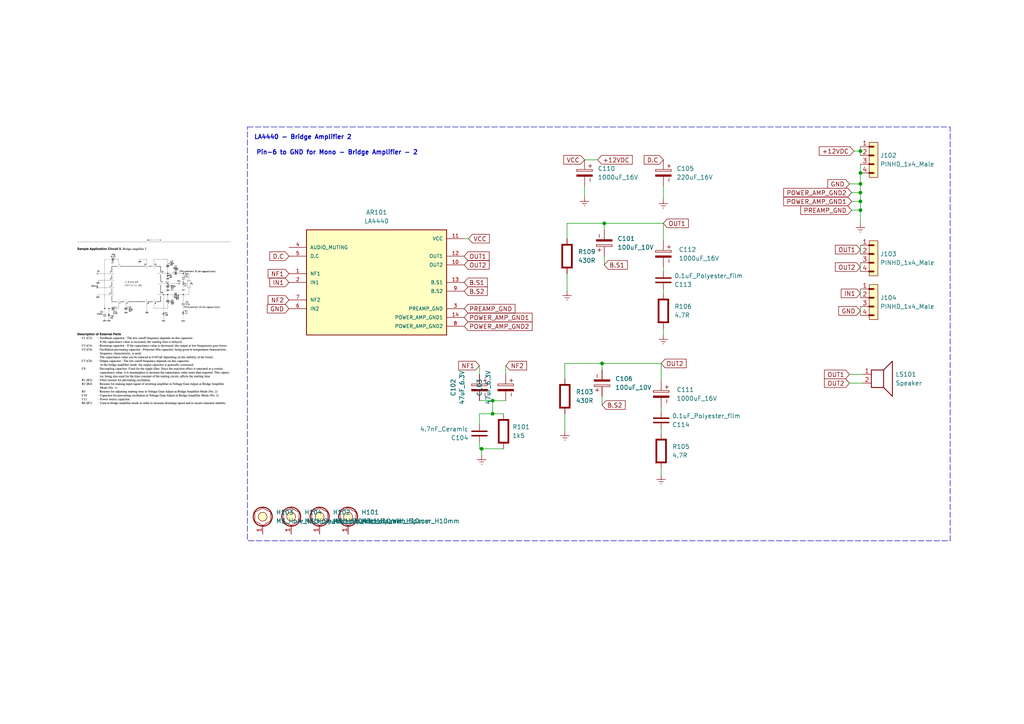
<source format=kicad_sch>
(kicad_sch (version 20230121) (generator eeschema)
  (paper "A4")
  (lib_symbols
    (symbol "Device:Speaker" (pin_names (offset 0) hide)
      (property "Reference" "LS" (at 1.27 5.715 0))
      (property "Value" "Speaker" (at 1.27 3.81 0))
      (symbol "Speaker_0_0"
        (rectangle (start -2.54 1.27) (end 1.016 -3.81) (stroke (width 0.254)))
        (polyline (pts (xy 1.016 1.27) (xy 3.556 3.81) (xy 3.556 -6.35) (xy 1.016 -3.81)) (stroke (width 0.254)))
      )
      (symbol "Speaker_1_1"
        (pin input line (at -5.08 0 0) (length 2.54) (name "1") (number "1"))
        (pin input line (at -5.08 -2.54 0) (length 2.54) (name "2") (number "2"))
      )
    )
    (symbol "LA4440:LA4440" (pin_names (offset 1.016))
      (property "Reference" "AR" (at -20.32 16.002 0))
      (property "Value" "LA4440" (at -20.32 -16.002 0))
      (symbol "LA4440_0_0"
        (rectangle (start -20.32 -15.24) (end 20.32 15.24) (stroke (width 0.254)) (fill (type background)))
        (pin input line (at -25.4 2.54 0) (length 5.08) (name "NF1") (number "1"))
        (pin output line (at 25.4 5.08 180) (length 5.08) (name "OUT2") (number "10"))
        (pin power_in line (at 25.4 12.7 180) (length 5.08) (name "VCC") (number "11"))
        (pin output line (at 25.4 7.62 180) (length 5.08) (name "OUT1") (number "12"))
        (pin passive line (at 25.4 0 180) (length 5.08) (name "B.S1") (number "13"))
        (pin power_in line (at 25.4 -10.16 180) (length 5.08) (name "POWER_AMP_GND1") (number "14"))
        (pin input line (at -25.4 0 0) (length 5.08) (name "IN1") (number "2"))
        (pin power_in line (at 25.4 -7.62 180) (length 5.08) (name "PREAMP_GND") (number "3"))
        (pin input line (at -25.4 10.16 0) (length 5.08) (name "AUDIO_MUTING") (number "4"))
        (pin input line (at -25.4 7.62 0) (length 5.08) (name "D.C") (number "5"))
        (pin input line (at -25.4 -7.62 0) (length 5.08) (name "IN2") (number "6"))
        (pin input line (at -25.4 -5.08 0) (length 5.08) (name "NF2") (number "7"))
        (pin power_in line (at 25.4 -12.7 180) (length 5.08) (name "POWER_AMP_GND2") (number "8"))
        (pin passive line (at 25.4 -2.54 180) (length 5.08) (name "B.S2") (number "9"))
      )
    )
    (symbol "PCM_Elektuur:R" (pin_numbers hide) (pin_names (offset 0) hide)
      (property "Reference" "R" (at 2.54 3.175 0))
      (property "Value" "R" (at 0 0 90))
      (symbol "R_1_1"
        (polyline (pts (xy -1.524 -3.429) (xy 1.524 -3.429) (xy 1.524 3.429) (xy -1.524 3.429) (xy -1.524 -3.429) (xy -1.27 -3.175) (xy -1.27 3.175) (xy 1.27 3.175) (xy 1.27 -3.175) (xy -1.27 -3.175) (xy -1.524 -3.429)) (stroke (width 0.254)) (fill (type outline)))
        (pin passive line (at 0 5.08 270) (length 1.651) (name "+") (number "1"))
        (pin passive line (at 0 -5.08 90) (length 1.651) (name "-") (number "2"))
      )
      (symbol "R_1_2"
        (polyline (pts (xy -0.508 -3.429) (xy 1.524 -3.429) (xy 1.524 3.429) (xy -0.508 3.429) (xy -0.508 3.175) (xy 1.27 3.175) (xy 1.27 -3.175) (xy -0.508 -3.175) (xy -0.508 -3.429)) (stroke (width 0.254)) (fill (type outline)))
        (pin passive line (at 0 5.08 270) (length 1.651) (name "+") (number "1"))
        (pin passive line (at 0 -5.08 90) (length 1.651) (name "-") (number "2"))
      )
      (symbol "R_1_3"
        (polyline (pts (xy 0 3.4798) (xy 0 3.2004) (xy 0.7112 2.794) (xy -1.1938 1.6764) (xy 0.7112 0.5588) (xy -1.1938 -0.5588) (xy 0.7112 -1.6764) (xy -1.1938 -2.794) (xy 0 -3.4798) (xy 0 -3.2004) (xy -0.7112 -2.794) (xy 1.1938 -1.6764) (xy -0.7112 -0.5588) (xy 1.1938 0.5588) (xy -0.7112 1.6764) (xy 1.1938 2.794) (xy 0 3.4798)) (stroke (width 0.254)) (fill (type outline)))
        (pin passive line (at 0 5.08 270) (length 1.6002) (name "+") (number "1"))
        (pin passive line (at 0 -5.08 90) (length 1.6002) (name "-") (number "2"))
      )
      (symbol "R_1_4"
        (polyline (pts (xy 0 4.5466) (xy 0 4.2672) (xy 0.0508 4.2418) (xy 1.016 3.683) (xy -1.524 2.2098) (xy 1.016 0.7366) (xy -1.524 -0.7366) (xy 1.016 -2.2098) (xy -1.524 -3.683) (xy -0.0762 -4.5212) (xy 0 -4.5466) (xy 0 -4.2672) (xy -0.0508 -4.2418) (xy -1.016 -3.683) (xy 1.524 -2.2098) (xy -1.016 -0.7366) (xy 1.524 0.7366) (xy -1.016 2.2098) (xy 1.524 3.683) (xy 0.0762 4.5212) (xy 0 4.5466)) (stroke (width 0.254)) (fill (type outline)))
        (pin passive line (at 0 5.08 270) (length 0.5334) (name "+") (number "1"))
        (pin passive line (at 0 -5.08 90) (length 0.5334) (name "-") (number "2"))
      )
    )
    (symbol "PCM_SL_Capacitors:1000uF_16V"
      (property "Reference" "C" (at 0 7.62 0))
      (property "Value" "1000uF_16V" (at 0 5.08 0))
      (symbol "1000uF_16V_0_0"
        (text "+" (at -2.032 1.524 0) (effects (font (size 1.27 1.27))))
        (text "-" (at 2.032 1.524 0) (effects (font (size 1.27 1.27))))
      )
      (symbol "1000uF_16V_0_1"
        (rectangle (start -1.016 -2.286) (end -0.508 2.286))
        (rectangle (start 0.508 -2.286) (end 1.016 2.286) (fill (type outline)))
      )
      (symbol "1000uF_16V_1_1"
        (pin passive line (at -3.81 0 0) (length 2.7) (name "~") (number "1"))
        (pin input line (at 3.81 0 180) (length 2.7) (name "~") (number "2"))
      )
    )
    (symbol "PCM_SL_Capacitors:100uF_10V"
      (property "Reference" "C" (at 0 7.62 0))
      (property "Value" "100uF_10V" (at 0 5.08 0))
      (symbol "100uF_10V_0_0"
        (text "+" (at -2.032 1.524 0) (effects (font (size 1.27 1.27))))
        (text "-" (at 2.032 1.524 0) (effects (font (size 1.27 1.27))))
      )
      (symbol "100uF_10V_0_1"
        (rectangle (start -1.016 -2.286) (end -0.508 2.286))
        (rectangle (start 0.508 -2.286) (end 1.016 2.286) (fill (type outline)))
      )
      (symbol "100uF_10V_1_1"
        (pin passive line (at -3.81 0 0) (length 2.7) (name "~") (number "1"))
        (pin input line (at 3.81 0 180) (length 2.7) (name "~") (number "2"))
      )
    )
    (symbol "PCM_SL_Capacitors:220uF_16V"
      (property "Reference" "C" (at 0 7.62 0))
      (property "Value" "220uF_16V" (at 0 5.08 0))
      (symbol "220uF_16V_0_0"
        (text "+" (at -2.032 1.524 0) (effects (font (size 1.27 1.27))))
        (text "-" (at 2.032 1.524 0) (effects (font (size 1.27 1.27))))
      )
      (symbol "220uF_16V_0_1"
        (rectangle (start -1.016 -2.286) (end -0.508 2.286))
        (rectangle (start 0.508 -2.286) (end 1.016 2.286) (fill (type outline)))
      )
      (symbol "220uF_16V_1_1"
        (pin passive line (at -3.81 0 0) (length 2.7) (name "~") (number "1"))
        (pin input line (at 3.81 0 180) (length 2.7) (name "~") (number "2"))
      )
    )
    (symbol "PCM_SL_Capacitors:4.7nF_Ceramic"
      (property "Reference" "C" (at 0 6.35 0))
      (property "Value" "4.7nF_Ceramic" (at 0 3.81 0))
      (symbol "4.7nF_Ceramic_0_1"
        (rectangle (start -0.762 2.286) (end -0.508 -2.286) (fill (type outline)))
        (rectangle (start 0.508 2.286) (end 0.762 -2.286) (fill (type outline)))
      )
      (symbol "4.7nF_Ceramic_1_1"
        (pin passive line (at -2.54 0 0) (length 2) (name "~") (number "1"))
        (pin input line (at 2.54 0 180) (length 2) (name "~") (number "2"))
      )
    )
    (symbol "PCM_SL_Capacitors:47uF_10V"
      (property "Reference" "C" (at 0 7.62 0))
      (property "Value" "47uF_10V" (at 0 5.08 0))
      (symbol "47uF_10V_0_0"
        (text "+" (at -2.032 1.524 0) (effects (font (size 1.27 1.27))))
        (text "-" (at 2.032 1.524 0) (effects (font (size 1.27 1.27))))
      )
      (symbol "47uF_10V_0_1"
        (rectangle (start -1.016 -2.286) (end -0.508 2.286))
        (rectangle (start 0.508 -2.286) (end 1.016 2.286) (fill (type outline)))
      )
      (symbol "47uF_10V_1_1"
        (pin passive line (at -3.81 0 0) (length 2.7) (name "~") (number "1"))
        (pin input line (at 3.81 0 180) (length 2.7) (name "~") (number "2"))
      )
    )
    (symbol "PCM_SL_Mechanical:M3_Hole_With_Spacer_H10mm"
      (property "Reference" "H" (at 0 7.62 0))
      (property "Value" "M3_Hole_With_Spacer_H10mm" (at 0 5.08 0))
      (symbol "M3_Hole_With_Spacer_H10mm_0_1"
        (polyline (pts (xy -2.286 1.27) (xy -2.286 -1.27) (xy 0 -2.54) (xy 2.286 -1.27) (xy 2.286 1.27) (xy 0 2.54) (xy -2.286 1.27)))
        (circle (center 0 0) (radius 1.27) (fill (type background)))
        (circle (center 0 0) (radius 2.7451) (stroke (width 0.3)))
      )
      (symbol "M3_Hole_With_Spacer_H10mm_1_1"
        (pin passive line (at 0 -5.08 90) (length 2.54) (name "") (number "1"))
      )
    )
    (symbol "PCM_SL_Pin_Headers:PINHD_1x4_Male"
      (property "Reference" "J" (at 0 8.89 0))
      (property "Value" "PINHD_1x4_Male" (at 0 6.35 0))
      (symbol "PINHD_1x4_Male_0_1"
        (rectangle (start -1.27 5.08) (end 1.27 -5.08) (fill (type background)))
        (polyline (pts (xy -1.27 -3.81) (xy 0 -3.81)) (stroke (width 0.3)))
        (polyline (pts (xy -1.27 -3.81) (xy 0 -3.81)) (stroke (width 0.5)))
        (polyline (pts (xy -1.27 -1.27) (xy 0 -1.27)) (stroke (width 0.3)))
        (polyline (pts (xy -1.27 -1.27) (xy 0 -1.27)) (stroke (width 0.5)))
        (polyline (pts (xy -1.27 1.27) (xy 0 1.27)) (stroke (width 0.3)))
        (polyline (pts (xy -1.27 1.27) (xy 0 1.27)) (stroke (width 0.5)))
        (polyline (pts (xy -1.27 3.81) (xy 0 3.81)) (stroke (width 0.3)))
        (polyline (pts (xy -1.27 3.81) (xy 0 3.81)) (stroke (width 0.5)))
      )
      (symbol "PINHD_1x4_Male_1_1"
        (pin passive line (at -3.81 3.81 0) (length 2.54) (name "") (number "1"))
        (pin passive line (at -3.81 1.27 0) (length 2.54) (name "") (number "2"))
        (pin passive line (at -3.81 -1.27 0) (length 2.54) (name "") (number "3"))
        (pin passive line (at -3.81 -3.81 0) (length 2.54) (name "") (number "4"))
      )
    )
    (symbol "power:Earth" (power) (pin_names (offset 0))
      (symbol "Earth_0_1"
        (polyline (pts (xy -0.635 -1.905) (xy 0.635 -1.905)))
        (polyline (pts (xy -0.127 -2.54) (xy 0.127 -2.54)))
        (polyline (pts (xy 0 -1.27) (xy 0 0)))
        (polyline (pts (xy 1.27 -1.27) (xy -1.27 -1.27)))
      )
      (symbol "Earth_1_1"
        (pin power_in line (at 0 0 270) (length 0) hide (name "Earth") (number "1"))
      )
    )
  )
  (junction (at 139.7 130.175))
  (junction (at 249.555 55.88))
  (junction (at 175.26 64.77))
  (junction (at 142.875 120.015))
  (junction (at 142.875 116.205))
  (junction (at 174.625 105.41))
  (junction (at 249.555 53.34))
  (junction (at 249.555 60.96))
  (junction (at 249.555 50.165))
  (junction (at 249.555 43.815))
  (junction (at 249.555 58.42))
  (wire (pts (xy 247.015 55.88) (xy 249.555 55.88)))
  (wire (pts (xy 163.83 105.41) (xy 163.83 109.855)))
  (wire (pts (xy 139.065 130.175) (xy 139.7 130.175)))
  (wire (pts (xy 169.545 46.355) (xy 173.355 46.355)))
  (wire (pts (xy 249.555 55.88) (xy 249.555 58.42)))
  (wire (pts (xy 249.555 50.165) (xy 249.555 53.34)))
  (wire (pts (xy 191.77 125.73) (xy 191.77 124.46)))
  (wire (pts (xy 139.7 130.175) (xy 146.05 130.175)))
  (wire (pts (xy 249.555 42.545) (xy 249.555 43.815)))
  (wire (pts (xy 134.62 69.215) (xy 135.89 69.215)))
  (wire (pts (xy 249.555 53.34) (xy 249.555 55.88)))
  (wire (pts (xy 246.38 53.34) (xy 249.555 53.34)))
  (wire (pts (xy 249.555 43.815) (xy 249.555 45.085)))
  (wire (pts (xy 246.38 111.125) (xy 250.19 111.125)))
  (wire (pts (xy 175.26 64.77) (xy 192.405 64.77)))
  (wire (pts (xy 175.26 66.675) (xy 175.26 64.77)))
  (wire (pts (xy 163.83 120.015) (xy 163.83 125.095)))
  (wire (pts (xy 139.065 123.19) (xy 139.065 120.015)))
  (wire (pts (xy 191.77 135.89) (xy 191.77 137.795)))
  (wire (pts (xy 192.405 78.74) (xy 192.405 77.47)))
  (wire (pts (xy 249.555 76.2) (xy 249.555 78.74)))
  (wire (pts (xy 139.7 132.08) (xy 139.7 130.175)))
  (wire (pts (xy 139.065 120.015) (xy 142.875 120.015)))
  (wire (pts (xy 169.545 57.15) (xy 169.545 53.975)))
  (wire (pts (xy 175.26 74.295) (xy 175.26 76.835)))
  (wire (pts (xy 164.465 64.77) (xy 164.465 69.215)))
  (wire (pts (xy 174.625 107.315) (xy 174.625 105.41)))
  (wire (pts (xy 163.83 105.41) (xy 174.625 105.41)))
  (wire (pts (xy 164.465 64.77) (xy 175.26 64.77)))
  (wire (pts (xy 247.65 43.815) (xy 249.555 43.815)))
  (wire (pts (xy 142.875 116.205) (xy 146.685 116.205)))
  (wire (pts (xy 249.555 47.625) (xy 249.555 50.165)))
  (wire (pts (xy 192.405 85.09) (xy 192.405 83.82)))
  (wire (pts (xy 164.465 79.375) (xy 164.465 84.455)))
  (wire (pts (xy 192.405 69.85) (xy 192.405 64.77)))
  (wire (pts (xy 249.555 58.42) (xy 249.555 60.96)))
  (wire (pts (xy 247.015 58.42) (xy 249.555 58.42)))
  (wire (pts (xy 249.555 71.12) (xy 249.555 73.66)))
  (wire (pts (xy 249.555 83.82) (xy 249.555 86.36)))
  (wire (pts (xy 249.555 64.77) (xy 249.555 60.96)))
  (wire (pts (xy 191.77 119.38) (xy 191.77 118.11)))
  (wire (pts (xy 192.405 53.975) (xy 192.405 57.785)))
  (wire (pts (xy 139.065 116.205) (xy 142.875 116.205)))
  (wire (pts (xy 191.77 110.49) (xy 191.77 105.41)))
  (wire (pts (xy 139.065 106.045) (xy 139.065 108.585)))
  (wire (pts (xy 247.015 60.96) (xy 249.555 60.96)))
  (wire (pts (xy 174.625 105.41) (xy 191.77 105.41)))
  (wire (pts (xy 192.405 95.25) (xy 192.405 97.155)))
  (wire (pts (xy 249.555 88.9) (xy 249.555 91.44)))
  (wire (pts (xy 139.065 130.175) (xy 139.065 128.27)))
  (wire (pts (xy 246.38 108.585) (xy 250.19 108.585)))
  (wire (pts (xy 142.875 120.015) (xy 146.05 120.015)))
  (wire (pts (xy 142.875 116.205) (xy 142.875 120.015)))
  (wire (pts (xy 174.625 114.935) (xy 174.625 117.475)))
  (wire (pts (xy 146.685 106.045) (xy 146.685 108.585)))
  (rectangle (start 71.755 36.83) (end 275.59 156.845) (stroke (width 0.1524) (type dash)))
  (image (at 44.45 93.98) (scale 0.362059))
  (text "Pin-6 to GND for Mono - Bridge Amplifier - 2\n" (at 74.295 45.085 0) (effects (font (size 1.27 1.27) (thickness 0.254) bold) (justify left bottom)))
  (text "LA4440 - Bridge Amplifier 2" (at 73.66 40.64 0) (effects (font (size 1.27 1.27) (thickness 0.254) bold) (justify left bottom)))
  (global_label "B.S1" (shape input) (at 175.26 76.835 0) (property "Intersheetrefs" "${INTERSHEET_REFS}" (effects hide)))
  (global_label "OUT2" (shape input) (at 249.555 77.47 180) (property "Intersheetrefs" "${INTERSHEET_REFS}" (effects hide)))
  (global_label "POWER_AMP_GND2" (shape input) (at 247.015 55.88 180) (property "Intersheetrefs" "${INTERSHEET_REFS}" (effects hide)))
  (global_label "PREAMP_GND" (shape input) (at 134.62 89.535 0) (property "Intersheetrefs" "${INTERSHEET_REFS}" (effects hide)))
  (global_label "OUT2" (shape input) (at 134.62 76.835 0) (property "Intersheetrefs" "${INTERSHEET_REFS}" (effects hide)))
  (global_label "VCC" (shape input) (at 169.545 46.355 180) (property "Intersheetrefs" "${INTERSHEET_REFS}" (effects hide)))
  (global_label "B.S1" (shape input) (at 134.62 81.915 0) (property "Intersheetrefs" "${INTERSHEET_REFS}" (effects hide)))
  (global_label "POWER_AMP_GND2" (shape input) (at 134.62 94.615 0) (property "Intersheetrefs" "${INTERSHEET_REFS}" (effects hide)))
  (global_label "D.C" (shape input) (at 83.82 74.295 180) (property "Intersheetrefs" "${INTERSHEET_REFS}" (effects hide)))
  (global_label "OUT2" (shape input) (at 246.38 111.125 180) (property "Intersheetrefs" "${INTERSHEET_REFS}" (effects hide)))
  (global_label "POWER_AMP_GND1" (shape input) (at 247.015 58.42 180) (property "Intersheetrefs" "${INTERSHEET_REFS}" (effects hide)))
  (global_label "OUT1" (shape input) (at 246.38 108.585 180) (property "Intersheetrefs" "${INTERSHEET_REFS}" (effects hide)))
  (global_label "+12VDC" (shape input) (at 247.65 43.815 180) (property "Intersheetrefs" "${INTERSHEET_REFS}" (effects hide)))
  (global_label "NF2" (shape input) (at 83.82 86.995 180) (property "Intersheetrefs" "${INTERSHEET_REFS}" (effects hide)))
  (global_label "POWER_AMP_GND1" (shape input) (at 134.62 92.075 0) (property "Intersheetrefs" "${INTERSHEET_REFS}" (effects hide)))
  (global_label "IN1" (shape input) (at 249.555 85.09 180) (property "Intersheetrefs" "${INTERSHEET_REFS}" (effects hide)))
  (global_label "NF1" (shape input) (at 139.065 106.045 180) (property "Intersheetrefs" "${INTERSHEET_REFS}" (effects hide)))
  (global_label "OUT1" (shape input) (at 249.555 72.39 180) (property "Intersheetrefs" "${INTERSHEET_REFS}" (effects hide)))
  (global_label "GND" (shape input) (at 83.82 89.535 180) (property "Intersheetrefs" "${INTERSHEET_REFS}" (effects hide)))
  (global_label "PREAMP_GND" (shape input) (at 247.015 60.96 180) (property "Intersheetrefs" "${INTERSHEET_REFS}" (effects hide)))
  (global_label "D.C" (shape input) (at 192.405 46.355 180) (property "Intersheetrefs" "${INTERSHEET_REFS}" (effects hide)))
  (global_label "IN1" (shape input) (at 83.82 81.915 180) (property "Intersheetrefs" "${INTERSHEET_REFS}" (effects hide)))
  (global_label "OUT1" (shape input) (at 192.405 64.77 0) (property "Intersheetrefs" "${INTERSHEET_REFS}" (effects hide)))
  (global_label "B.S2" (shape input) (at 174.625 117.475 0) (property "Intersheetrefs" "${INTERSHEET_REFS}" (effects hide)))
  (global_label "OUT2" (shape input) (at 191.77 105.41 0) (property "Intersheetrefs" "${INTERSHEET_REFS}" (effects hide)))
  (global_label "NF2" (shape input) (at 146.685 106.045 0) (property "Intersheetrefs" "${INTERSHEET_REFS}" (effects hide)))
  (global_label "B.S2" (shape input) (at 134.62 84.455 0) (property "Intersheetrefs" "${INTERSHEET_REFS}" (effects hide)))
  (global_label "OUT1" (shape input) (at 134.62 74.295 0) (property "Intersheetrefs" "${INTERSHEET_REFS}" (effects hide)))
  (global_label "NF1" (shape input) (at 83.82 79.375 180) (property "Intersheetrefs" "${INTERSHEET_REFS}" (effects hide)))
  (global_label "GND" (shape input) (at 246.38 53.34 180) (property "Intersheetrefs" "${INTERSHEET_REFS}" (effects hide)))
  (global_label "GND" (shape input) (at 249.555 90.17 180) (property "Intersheetrefs" "${INTERSHEET_REFS}" (effects hide)))
  (global_label "+12VDC" (shape input) (at 173.355 46.355 0) (property "Intersheetrefs" "${INTERSHEET_REFS}" (effects hide)))
  (global_label "VCC" (shape input) (at 135.89 69.215 0) (property "Intersheetrefs" "${INTERSHEET_REFS}" (effects hide)))
  (symbol (lib_id "PCM_SL_Mechanical:M3_Hole_With_Spacer_H10mm") (at 76.2 149.86 0) (unit 1)
    (property "Reference" "H103" (at 80.01 148.59 0) (effects (justify left)))
    (property "Value" "M3_Hole_With_Spacer_H10mm" (at 80.01 151.13 0) (effects (justify left)))
    (property "Footprint" "PCM_SL_Mechanical:MountingHole_3.2mm_With_Spacer_H10mm" (effects hide))
  )
  (symbol (lib_id "Device:Speaker") (at 255.27 108.585 0) (unit 1) (on_board no)
    (property "Reference" "LS101" (at 259.715 108.585 0) (effects (justify left)))
    (property "Value" "Speaker" (at 259.715 111.125 0) (effects (justify left)))
  )
  (symbol (lib_id "power:Earth") (at 249.555 64.77 0) (unit 1)
    (property "Reference" "#PWR0104" (effects hide))
    (property "Value" "Earth" (effects hide))
  )
  (symbol (lib_id "PCM_SL_Capacitors:4.7nF_Ceramic") (at 191.77 121.92 270) (unit 1)
    (property "Reference" "C114" (at 194.945 123.19 90) (effects (justify left)))
    (property "Value" "0.1uF_Polyester_film" (at 194.945 120.65 90) (effects (justify left)))
    (property "Footprint" "Capacitor_THT:C_Disc_D5.0mm_W2.5mm_P2.50mm" (effects hide))
  )
  (symbol (lib_id "PCM_SL_Capacitors:1000uF_16V") (at 192.405 73.66 270) (unit 1)
    (property "Reference" "C112" (at 196.85 72.39 90) (effects (justify left)))
    (property "Value" "1000uF_16V" (at 196.85 74.93 90) (effects (justify left)))
    (property "Footprint" "Capacitor_THT:CP_Radial_D10.0mm_P5.00mm" (effects hide))
  )
  (symbol (lib_id "PCM_SL_Capacitors:4.7nF_Ceramic") (at 139.065 125.73 270) (unit 1)
    (property "Reference" "C104" (at 135.89 127 90) (effects (justify right)))
    (property "Value" "4.7nF_Ceramic" (at 135.89 124.46 90) (effects (justify right)))
    (property "Footprint" "Capacitor_THT:C_Disc_D5.0mm_W2.5mm_P2.50mm" (effects hide))
  )
  (symbol (lib_id "PCM_SL_Capacitors:100uF_10V") (at 174.625 111.125 90) (unit 1)
    (property "Reference" "C106" (at 178.435 109.855 90) (effects (justify right)))
    (property "Value" "100uF_10V" (at 178.435 112.395 90) (effects (justify right)))
    (property "Footprint" "Capacitor_THT:CP_Radial_D5.0mm_P2.00mm" (effects hide))
  )
  (symbol (lib_id "PCM_SL_Mechanical:M3_Hole_With_Spacer_H10mm") (at 92.71 149.86 0) (unit 1)
    (property "Reference" "H102" (at 96.52 148.59 0) (effects (justify left)))
    (property "Value" "M3_Hole_With_Spacer_H10mm" (at 96.52 151.13 0) (effects (justify left)))
    (property "Footprint" "PCM_SL_Mechanical:MountingHole_3.2mm_With_Spacer_H10mm" (effects hide))
  )
  (symbol (lib_id "PCM_SL_Capacitors:47uF_10V") (at 146.685 112.395 270) (unit 1)
    (property "Reference" "C103" (at 139.065 112.395 0))
    (property "Value" "47uF_6.3V" (at 141.605 112.395 0))
    (property "Footprint" "Capacitor_THT:CP_Radial_D4.0mm_P1.50mm" (effects hide))
  )
  (symbol (lib_id "PCM_Elektuur:R") (at 146.05 125.095 0) (unit 1)
    (property "Reference" "R101" (at 148.59 123.825 0) (effects (justify left)))
    (property "Value" "1k5" (at 148.59 126.365 0) (effects (justify left)))
    (property "Footprint" "PCM_Resistor_THT_AKL:R_Axial_DIN0204_L3.6mm_D1.6mm_P7.62mm_Horizontal" (effects hide))
    (property "Indicator" "+" (effects hide))
    (property "Rating" "W" (effects hide))
  )
  (symbol (lib_id "power:Earth") (at 169.545 57.15 0) (unit 1)
    (property "Reference" "#PWR0106" (effects hide))
    (property "Value" "Earth" (effects hide))
  )
  (symbol (lib_id "PCM_SL_Capacitors:220uF_16V") (at 192.405 50.165 270) (unit 1)
    (property "Reference" "C105" (at 196.215 48.895 90) (effects (justify left)))
    (property "Value" "220uF_16V" (at 196.215 51.435 90) (effects (justify left)))
    (property "Footprint" "Capacitor_THT:CP_Radial_D8.0mm_P3.50mm" (effects hide))
  )
  (symbol (lib_id "PCM_SL_Capacitors:47uF_10V") (at 139.065 112.395 270) (unit 1)
    (property "Reference" "C102" (at 131.445 112.395 0))
    (property "Value" "47uF_6.3V" (at 133.985 112.395 0))
    (property "Footprint" "Capacitor_THT:CP_Radial_D4.0mm_P1.50mm" (effects hide))
  )
  (symbol (lib_id "PCM_SL_Mechanical:M3_Hole_With_Spacer_H10mm") (at 100.965 149.86 0) (unit 1)
    (property "Reference" "H101" (at 104.775 148.59 0) (effects (justify left)))
    (property "Value" "M3_Hole_With_Spacer_H10mm" (at 104.775 151.13 0) (effects (justify left)))
    (property "Footprint" "PCM_SL_Mechanical:MountingHole_3.2mm_With_Spacer_H10mm" (effects hide))
  )
  (symbol (lib_id "power:Earth") (at 192.405 57.785 0) (unit 1)
    (property "Reference" "#PWR0103" (effects hide))
    (property "Value" "Earth" (effects hide))
  )
  (symbol (lib_id "power:Earth") (at 191.77 137.795 0) (unit 1)
    (property "Reference" "#PWR0109" (effects hide))
    (property "Value" "Earth" (effects hide))
  )
  (symbol (lib_id "LA4440:LA4440") (at 109.22 81.915 0) (unit 1)
    (property "Reference" "AR101" (at 109.22 61.595 0))
    (property "Value" "LA4440" (at 109.22 64.135 0))
    (property "Footprint" "Library:LA4440" (effects hide))
    (property "MF" "ON Semiconductor" (effects hide))
    (property "MAXIMUM_PACKAGE_HEIGHT" "15.0 mm" (effects hide))
    (property "Package" "None" (effects hide))
    (property "Price" "None" (effects hide))
    (property "Check_prices" "https://www.snapeda.com/parts/LA4440/Onsemi/view-part/?ref=eda" (effects hide))
    (property "STANDARD" "IPC 2221 B" (effects hide))
    (property "PARTREV" "23 Oct 2013" (effects hide))
    (property "SnapEDA_Link" "https://www.snapeda.com/parts/LA4440/Onsemi/view-part/?ref=snap" (effects hide))
    (property "MP" "LA4440" (effects hide))
    (property "Description" "\nAmplifier IC 2-Channel (Stereo) Class AB 14-SIP\n" (effects hide))
    (property "Availability" "In Stock" (effects hide))
    (property "MANUFACTURER" "Onsemi" (effects hide))
  )
  (symbol (lib_id "PCM_SL_Mechanical:M3_Hole_With_Spacer_H10mm") (at 84.455 149.86 0) (unit 1)
    (property "Reference" "H104" (at 88.265 148.59 0) (effects (justify left)))
    (property "Value" "M3_Hole_With_Spacer_H10mm" (at 88.265 151.13 0) (effects (justify left)))
    (property "Footprint" "PCM_SL_Mechanical:MountingHole_3.2mm_With_Spacer_H10mm" (effects hide))
  )
  (symbol (lib_id "PCM_SL_Capacitors:1000uF_16V") (at 191.77 114.3 270) (unit 1)
    (property "Reference" "C111" (at 196.215 113.03 90) (effects (justify left)))
    (property "Value" "1000uF_16V" (at 196.215 115.57 90) (effects (justify left)))
    (property "Footprint" "Capacitor_THT:CP_Radial_D10.0mm_P5.00mm" (effects hide))
  )
  (symbol (lib_id "PCM_SL_Capacitors:4.7nF_Ceramic") (at 192.405 81.28 270) (unit 1)
    (property "Reference" "C113" (at 195.58 82.55 90) (effects (justify left)))
    (property "Value" "0.1uF_Polyester_film" (at 195.58 80.01 90) (effects (justify left)))
    (property "Footprint" "Capacitor_THT:C_Disc_D5.0mm_W2.5mm_P2.50mm" (effects hide))
  )
  (symbol (lib_id "PCM_Elektuur:R") (at 192.405 90.17 0) (unit 1)
    (property "Reference" "R106" (at 195.58 88.9 0) (effects (justify left)))
    (property "Value" "4.7R" (at 195.58 91.44 0) (effects (justify left)))
    (property "Footprint" "PCM_Resistor_THT_AKL:R_Axial_DIN0204_L3.6mm_D1.6mm_P7.62mm_Horizontal" (effects hide))
    (property "Indicator" "+" (effects hide))
    (property "Rating" "W" (effects hide))
  )
  (symbol (lib_id "power:Earth") (at 163.83 125.095 0) (unit 1)
    (property "Reference" "#PWR0107" (effects hide))
    (property "Value" "Earth" (effects hide))
  )
  (symbol (lib_id "power:Earth") (at 192.405 97.155 0) (unit 1)
    (property "Reference" "#PWR0108" (effects hide))
    (property "Value" "Earth" (effects hide))
  )
  (symbol (lib_id "PCM_SL_Capacitors:100uF_10V") (at 175.26 70.485 90) (unit 1)
    (property "Reference" "C101" (at 179.07 69.215 90) (effects (justify right)))
    (property "Value" "100uF_10V" (at 179.07 71.755 90) (effects (justify right)))
    (property "Footprint" "Capacitor_THT:CP_Radial_D5.0mm_P2.00mm" (effects hide))
  )
  (symbol (lib_id "power:Earth") (at 139.7 132.08 0) (unit 1)
    (property "Reference" "#PWR0101" (effects hide))
    (property "Value" "Earth" (effects hide))
  )
  (symbol (lib_id "PCM_Elektuur:R") (at 191.77 130.81 0) (unit 1)
    (property "Reference" "R105" (at 194.945 129.54 0) (effects (justify left)))
    (property "Value" "4.7R" (at 194.945 132.08 0) (effects (justify left)))
    (property "Footprint" "PCM_Resistor_THT_AKL:R_Axial_DIN0204_L3.6mm_D1.6mm_P7.62mm_Horizontal" (effects hide))
    (property "Indicator" "+" (effects hide))
    (property "Rating" "W" (effects hide))
  )
  (symbol (lib_id "PCM_SL_Pin_Headers:PINHD_1x4_Male") (at 253.365 46.355 0) (unit 1)
    (property "Reference" "J102" (at 255.27 45.085 0) (effects (justify left)))
    (property "Value" "PINHD_1x4_Male" (at 255.27 47.625 0) (effects (justify left)))
    (property "Footprint" "Connector_PinHeader_2.54mm:PinHeader_1x04_P2.54mm_Vertical" (effects hide))
  )
  (symbol (lib_id "PCM_Elektuur:R") (at 164.465 74.295 0) (unit 1)
    (property "Reference" "R109" (at 167.64 73.025 0) (effects (justify left)))
    (property "Value" "430R" (at 167.64 75.565 0) (effects (justify left)))
    (property "Footprint" "PCM_Resistor_THT_AKL:R_Axial_DIN0204_L3.6mm_D1.6mm_P7.62mm_Horizontal" (effects hide))
    (property "Indicator" "+" (effects hide))
    (property "Rating" "W" (effects hide))
  )
  (symbol (lib_id "power:Earth") (at 164.465 84.455 0) (unit 1)
    (property "Reference" "#PWR0111" (effects hide))
    (property "Value" "Earth" (effects hide))
  )
  (symbol (lib_id "PCM_SL_Pin_Headers:PINHD_1x4_Male") (at 253.365 87.63 0) (unit 1)
    (property "Reference" "J104" (at 255.27 86.36 0) (effects (justify left)))
    (property "Value" "PINHD_1x4_Male" (at 255.27 88.9 0) (effects (justify left)))
    (property "Footprint" "Connector_PinHeader_2.54mm:PinHeader_1x04_P2.54mm_Vertical" (effects hide))
  )
  (symbol (lib_id "PCM_Elektuur:R") (at 163.83 114.935 0) (unit 1)
    (property "Reference" "R103" (at 167.005 113.665 0) (effects (justify left)))
    (property "Value" "430R" (at 167.005 116.205 0) (effects (justify left)))
    (property "Footprint" "PCM_Resistor_THT_AKL:R_Axial_DIN0204_L3.6mm_D1.6mm_P7.62mm_Horizontal" (effects hide))
    (property "Indicator" "+" (effects hide))
    (property "Rating" "W" (effects hide))
  )
  (symbol (lib_id "PCM_SL_Capacitors:1000uF_16V") (at 169.545 50.165 270) (unit 1)
    (property "Reference" "C110" (at 173.355 48.895 90) (effects (justify left)))
    (property "Value" "1000uF_16V" (at 173.355 51.435 90) (effects (justify left)))
    (property "Footprint" "Capacitor_THT:CP_Radial_D10.0mm_P5.00mm" (effects hide))
  )
  (symbol (lib_id "PCM_SL_Pin_Headers:PINHD_1x4_Male") (at 253.365 74.93 0) (unit 1)
    (property "Reference" "J103" (at 255.27 73.66 0) (effects (justify left)))
    (property "Value" "PINHD_1x4_Male" (at 255.27 76.2 0) (effects (justify left)))
    (property "Footprint" "Connector_PinHeader_2.54mm:PinHeader_1x04_P2.54mm_Vertical" (effects hide))
  )
)
</source>
